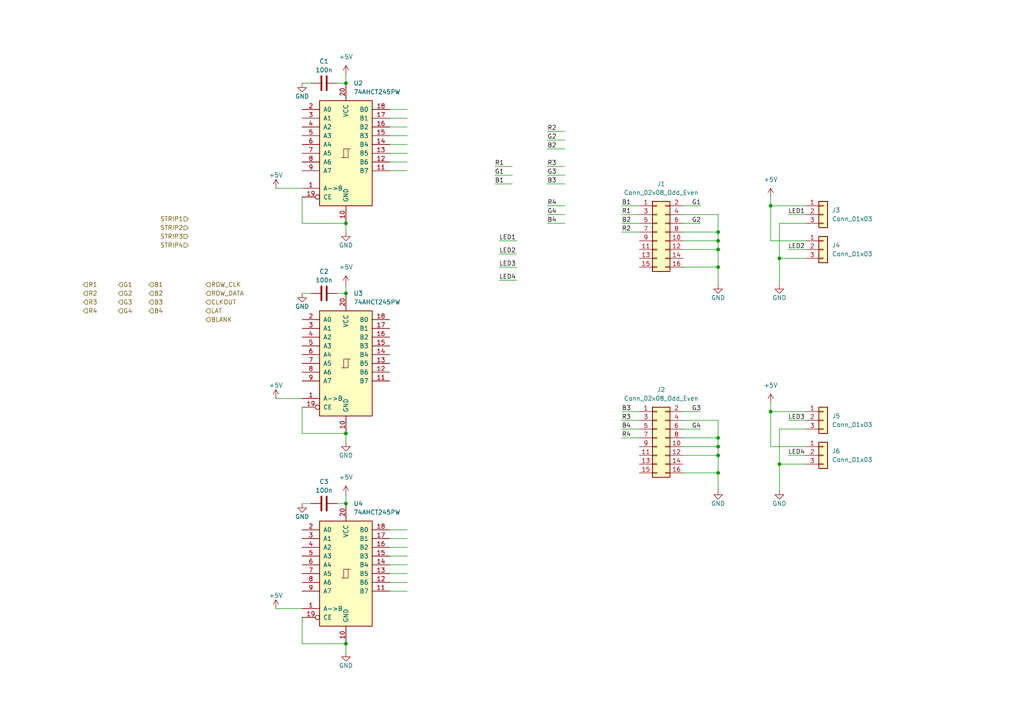
<source format=kicad_sch>
(kicad_sch (version 20230121) (generator eeschema)
  (paper "A4")
  (lib_symbols
    (symbol "74AHCT245PW_1" (pin_names (offset 1.016))
      (property "Reference" "U" (at -7.62 16.51 0))
      (property "Value" "74AHCT245PW" (at -7.62 -16.51 0))
      (symbol "74AHCT245PW_1_1_0"
        (polyline (pts (xy -0.635 -1.27) (xy -0.635 1.27) (xy 0.635 1.27)))
        (polyline (pts (xy -1.27 -1.27) (xy 0.635 -1.27) (xy 0.635 1.27) (xy 1.27 1.27)))
        (pin input line (at -12.7 -10.16 0) (length 5.08) (name "A->B") (number "1"))
        (pin power_in line (at 0 -20.32 90) (length 5.08) (name "GND") (number "10"))
        (pin tri_state line (at 12.7 -5.08 180) (length 5.08) (name "B7") (number "11"))
        (pin tri_state line (at 12.7 -2.54 180) (length 5.08) (name "B6") (number "12"))
        (pin tri_state line (at 12.7 0 180) (length 5.08) (name "B5") (number "13"))
        (pin tri_state line (at 12.7 2.54 180) (length 5.08) (name "B4") (number "14"))
        (pin tri_state line (at 12.7 5.08 180) (length 5.08) (name "B3") (number "15"))
        (pin tri_state line (at 12.7 7.62 180) (length 5.08) (name "B2") (number "16"))
        (pin tri_state line (at 12.7 10.16 180) (length 5.08) (name "B1") (number "17"))
        (pin tri_state line (at 12.7 12.7 180) (length 5.08) (name "B0") (number "18"))
        (pin input inverted (at -12.7 -12.7 0) (length 5.08) (name "CE") (number "19"))
        (pin tri_state line (at -12.7 12.7 0) (length 5.08) (name "A0") (number "2"))
        (pin power_in line (at 0 20.32 270) (length 5.08) (name "VCC") (number "20"))
        (pin tri_state line (at -12.7 10.16 0) (length 5.08) (name "A1") (number "3"))
        (pin tri_state line (at -12.7 7.62 0) (length 5.08) (name "A2") (number "4"))
        (pin tri_state line (at -12.7 5.08 0) (length 5.08) (name "A3") (number "5"))
        (pin tri_state line (at -12.7 2.54 0) (length 5.08) (name "A4") (number "6"))
        (pin tri_state line (at -12.7 0 0) (length 5.08) (name "A5") (number "7"))
        (pin tri_state line (at -12.7 -2.54 0) (length 5.08) (name "A6") (number "8"))
        (pin tri_state line (at -12.7 -5.08 0) (length 5.08) (name "A7") (number "9"))
      )
      (symbol "74AHCT245PW_1_1_1"
        (rectangle (start -7.62 15.24) (end 7.62 -15.24) (stroke (width 0.254)) (fill (type background)))
      )
    )
    (symbol "74AHCT245PW_2" (pin_names (offset 1.016))
      (property "Reference" "U" (at -7.62 16.51 0))
      (property "Value" "74AHCT245PW" (at -7.62 -16.51 0))
      (symbol "74AHCT245PW_2_1_0"
        (polyline (pts (xy -0.635 -1.27) (xy -0.635 1.27) (xy 0.635 1.27)))
        (polyline (pts (xy -1.27 -1.27) (xy 0.635 -1.27) (xy 0.635 1.27) (xy 1.27 1.27)))
        (pin input line (at -12.7 -10.16 0) (length 5.08) (name "A->B") (number "1"))
        (pin power_in line (at 0 -20.32 90) (length 5.08) (name "GND") (number "10"))
        (pin tri_state line (at 12.7 -5.08 180) (length 5.08) (name "B7") (number "11"))
        (pin tri_state line (at 12.7 -2.54 180) (length 5.08) (name "B6") (number "12"))
        (pin tri_state line (at 12.7 0 180) (length 5.08) (name "B5") (number "13"))
        (pin tri_state line (at 12.7 2.54 180) (length 5.08) (name "B4") (number "14"))
        (pin tri_state line (at 12.7 5.08 180) (length 5.08) (name "B3") (number "15"))
        (pin tri_state line (at 12.7 7.62 180) (length 5.08) (name "B2") (number "16"))
        (pin tri_state line (at 12.7 10.16 180) (length 5.08) (name "B1") (number "17"))
        (pin tri_state line (at 12.7 12.7 180) (length 5.08) (name "B0") (number "18"))
        (pin input inverted (at -12.7 -12.7 0) (length 5.08) (name "CE") (number "19"))
        (pin tri_state line (at -12.7 12.7 0) (length 5.08) (name "A0") (number "2"))
        (pin power_in line (at 0 20.32 270) (length 5.08) (name "VCC") (number "20"))
        (pin tri_state line (at -12.7 10.16 0) (length 5.08) (name "A1") (number "3"))
        (pin tri_state line (at -12.7 7.62 0) (length 5.08) (name "A2") (number "4"))
        (pin tri_state line (at -12.7 5.08 0) (length 5.08) (name "A3") (number "5"))
        (pin tri_state line (at -12.7 2.54 0) (length 5.08) (name "A4") (number "6"))
        (pin tri_state line (at -12.7 0 0) (length 5.08) (name "A5") (number "7"))
        (pin tri_state line (at -12.7 -2.54 0) (length 5.08) (name "A6") (number "8"))
        (pin tri_state line (at -12.7 -5.08 0) (length 5.08) (name "A7") (number "9"))
      )
      (symbol "74AHCT245PW_2_1_1"
        (rectangle (start -7.62 15.24) (end 7.62 -15.24) (stroke (width 0.254)) (fill (type background)))
      )
    )
    (symbol "Connector_Generic:Conn_01x03" (pin_names (offset 1.016) hide)
      (property "Reference" "J" (at 0 5.08 0))
      (property "Value" "Conn_01x03" (at 0 -5.08 0))
      (symbol "Conn_01x03_1_1"
        (rectangle (start -1.27 -2.413) (end 0 -2.667) (stroke (width 0.1524)))
        (rectangle (start -1.27 0.127) (end 0 -0.127) (stroke (width 0.1524)))
        (rectangle (start -1.27 2.667) (end 0 2.413) (stroke (width 0.1524)))
        (rectangle (start -1.27 3.81) (end 1.27 -3.81) (stroke (width 0.254)) (fill (type background)))
        (pin passive line (at -5.08 2.54 0) (length 3.81) (name "Pin_1") (number "1"))
        (pin passive line (at -5.08 0 0) (length 3.81) (name "Pin_2") (number "2"))
        (pin passive line (at -5.08 -2.54 0) (length 3.81) (name "Pin_3") (number "3"))
      )
    )
    (symbol "Connector_Generic:Conn_02x08_Odd_Even" (pin_names (offset 1.016) hide)
      (property "Reference" "J" (at 1.27 10.16 0))
      (property "Value" "Conn_02x08_Odd_Even" (at 1.27 -12.7 0))
      (symbol "Conn_02x08_Odd_Even_1_1"
        (rectangle (start -1.27 -10.033) (end 0 -10.287) (stroke (width 0.1524)))
        (rectangle (start -1.27 -7.493) (end 0 -7.747) (stroke (width 0.1524)))
        (rectangle (start -1.27 -4.953) (end 0 -5.207) (stroke (width 0.1524)))
        (rectangle (start -1.27 -2.413) (end 0 -2.667) (stroke (width 0.1524)))
        (rectangle (start -1.27 0.127) (end 0 -0.127) (stroke (width 0.1524)))
        (rectangle (start -1.27 2.667) (end 0 2.413) (stroke (width 0.1524)))
        (rectangle (start -1.27 5.207) (end 0 4.953) (stroke (width 0.1524)))
        (rectangle (start -1.27 7.747) (end 0 7.493) (stroke (width 0.1524)))
        (rectangle (start -1.27 8.89) (end 3.81 -11.43) (stroke (width 0.254)) (fill (type background)))
        (rectangle (start 3.81 -10.033) (end 2.54 -10.287) (stroke (width 0.1524)))
        (rectangle (start 3.81 -7.493) (end 2.54 -7.747) (stroke (width 0.1524)))
        (rectangle (start 3.81 -4.953) (end 2.54 -5.207) (stroke (width 0.1524)))
        (rectangle (start 3.81 -2.413) (end 2.54 -2.667) (stroke (width 0.1524)))
        (rectangle (start 3.81 0.127) (end 2.54 -0.127) (stroke (width 0.1524)))
        (rectangle (start 3.81 2.667) (end 2.54 2.413) (stroke (width 0.1524)))
        (rectangle (start 3.81 5.207) (end 2.54 4.953) (stroke (width 0.1524)))
        (rectangle (start 3.81 7.747) (end 2.54 7.493) (stroke (width 0.1524)))
        (pin passive line (at -5.08 7.62 0) (length 3.81) (name "Pin_1") (number "1"))
        (pin passive line (at 7.62 -2.54 180) (length 3.81) (name "Pin_10") (number "10"))
        (pin passive line (at -5.08 -5.08 0) (length 3.81) (name "Pin_11") (number "11"))
        (pin passive line (at 7.62 -5.08 180) (length 3.81) (name "Pin_12") (number "12"))
        (pin passive line (at -5.08 -7.62 0) (length 3.81) (name "Pin_13") (number "13"))
        (pin passive line (at 7.62 -7.62 180) (length 3.81) (name "Pin_14") (number "14"))
        (pin passive line (at -5.08 -10.16 0) (length 3.81) (name "Pin_15") (number "15"))
        (pin passive line (at 7.62 -10.16 180) (length 3.81) (name "Pin_16") (number "16"))
        (pin passive line (at 7.62 7.62 180) (length 3.81) (name "Pin_2") (number "2"))
        (pin passive line (at -5.08 5.08 0) (length 3.81) (name "Pin_3") (number "3"))
        (pin passive line (at 7.62 5.08 180) (length 3.81) (name "Pin_4") (number "4"))
        (pin passive line (at -5.08 2.54 0) (length 3.81) (name "Pin_5") (number "5"))
        (pin passive line (at 7.62 2.54 180) (length 3.81) (name "Pin_6") (number "6"))
        (pin passive line (at -5.08 0 0) (length 3.81) (name "Pin_7") (number "7"))
        (pin passive line (at 7.62 0 180) (length 3.81) (name "Pin_8") (number "8"))
        (pin passive line (at -5.08 -2.54 0) (length 3.81) (name "Pin_9") (number "9"))
      )
    )
    (symbol "Device:C" (pin_numbers hide) (pin_names (offset 0.254))
      (property "Reference" "C" (at 0.635 2.54 0))
      (property "Value" "C" (at 0.635 -2.54 0))
      (symbol "C_0_1"
        (polyline (pts (xy -2.032 -0.762) (xy 2.032 -0.762)) (stroke (width 0.508)))
        (polyline (pts (xy -2.032 0.762) (xy 2.032 0.762)) (stroke (width 0.508)))
      )
      (symbol "C_1_1"
        (pin passive line (at 0 3.81 270) (length 2.794) (name "~") (number "1"))
        (pin passive line (at 0 -3.81 90) (length 2.794) (name "~") (number "2"))
      )
    )
    (symbol "Project:74AHCT245PW" (pin_names (offset 1.016))
      (property "Reference" "U" (at -7.62 16.51 0))
      (property "Value" "74AHCT245PW" (at -7.62 -16.51 0))
      (symbol "74AHCT245PW_1_0"
        (polyline (pts (xy -0.635 -1.27) (xy -0.635 1.27) (xy 0.635 1.27)))
        (polyline (pts (xy -1.27 -1.27) (xy 0.635 -1.27) (xy 0.635 1.27) (xy 1.27 1.27)))
        (pin input line (at -12.7 -10.16 0) (length 5.08) (name "A->B") (number "1"))
        (pin power_in line (at 0 -20.32 90) (length 5.08) (name "GND") (number "10"))
        (pin tri_state line (at 12.7 -5.08 180) (length 5.08) (name "B7") (number "11"))
        (pin tri_state line (at 12.7 -2.54 180) (length 5.08) (name "B6") (number "12"))
        (pin tri_state line (at 12.7 0 180) (length 5.08) (name "B5") (number "13"))
        (pin tri_state line (at 12.7 2.54 180) (length 5.08) (name "B4") (number "14"))
        (pin tri_state line (at 12.7 5.08 180) (length 5.08) (name "B3") (number "15"))
        (pin tri_state line (at 12.7 7.62 180) (length 5.08) (name "B2") (number "16"))
        (pin tri_state line (at 12.7 10.16 180) (length 5.08) (name "B1") (number "17"))
        (pin tri_state line (at 12.7 12.7 180) (length 5.08) (name "B0") (number "18"))
        (pin input inverted (at -12.7 -12.7 0) (length 5.08) (name "CE") (number "19"))
        (pin tri_state line (at -12.7 12.7 0) (length 5.08) (name "A0") (number "2"))
        (pin power_in line (at 0 20.32 270) (length 5.08) (name "VCC") (number "20"))
        (pin tri_state line (at -12.7 10.16 0) (length 5.08) (name "A1") (number "3"))
        (pin tri_state line (at -12.7 7.62 0) (length 5.08) (name "A2") (number "4"))
        (pin tri_state line (at -12.7 5.08 0) (length 5.08) (name "A3") (number "5"))
        (pin tri_state line (at -12.7 2.54 0) (length 5.08) (name "A4") (number "6"))
        (pin tri_state line (at -12.7 0 0) (length 5.08) (name "A5") (number "7"))
        (pin tri_state line (at -12.7 -2.54 0) (length 5.08) (name "A6") (number "8"))
        (pin tri_state line (at -12.7 -5.08 0) (length 5.08) (name "A7") (number "9"))
      )
      (symbol "74AHCT245PW_1_1"
        (rectangle (start -7.62 15.24) (end 7.62 -15.24) (stroke (width 0.254)) (fill (type background)))
      )
    )
    (symbol "power:+5V" (power) (pin_names (offset 0))
      (property "Value" "+5V" (at 0 3.556 0))
      (symbol "+5V_0_1"
        (polyline (pts (xy -0.762 1.27) (xy 0 2.54)))
        (polyline (pts (xy 0 0) (xy 0 2.54)))
        (polyline (pts (xy 0 2.54) (xy 0.762 1.27)))
      )
      (symbol "+5V_1_1"
        (pin power_in line (at 0 0 90) (length 0) hide (name "+5V") (number "1"))
      )
    )
    (symbol "power:GND" (power) (pin_names (offset 0))
      (property "Value" "GND" (at 0 -3.81 0))
      (symbol "GND_0_1"
        (polyline (pts (xy 0 0) (xy 0 -1.27) (xy 1.27 -1.27) (xy 0 -2.54) (xy -1.27 -1.27) (xy 0 -1.27)))
      )
      (symbol "GND_1_1"
        (pin power_in line (at 0 0 270) (length 0) hide (name "GND") (number "1"))
      )
    )
  )
  (junction (at 208.28 129.54))
  (junction (at 100.33 125.73))
  (junction (at 100.33 64.77))
  (junction (at 226.06 74.93))
  (junction (at 208.28 127))
  (junction (at 226.06 134.62))
  (junction (at 223.52 59.69))
  (junction (at 208.28 77.47))
  (junction (at 208.28 137.16))
  (junction (at 100.33 186.69))
  (junction (at 223.52 119.38))
  (junction (at 208.28 67.31))
  (junction (at 208.28 72.39))
  (junction (at 208.28 132.08))
  (junction (at 100.33 146.05))
  (junction (at 208.28 69.85))
  (junction (at 100.33 85.09))
  (junction (at 100.33 24.13))
  (wire (pts (xy 80.01 115.57) (xy 87.63 115.57)))
  (wire (pts (xy 113.03 161.29) (xy 118.11 161.29)))
  (wire (pts (xy 198.12 129.54) (xy 208.28 129.54)))
  (wire (pts (xy 87.63 118.11) (xy 87.63 125.73)))
  (wire (pts (xy 144.78 73.66) (xy 149.86 73.66)))
  (wire (pts (xy 144.78 77.47) (xy 149.86 77.47)))
  (wire (pts (xy 226.06 134.62) (xy 233.68 134.62)))
  (wire (pts (xy 198.12 119.38) (xy 203.2 119.38)))
  (wire (pts (xy 113.03 39.37) (xy 118.11 39.37)))
  (wire (pts (xy 113.03 49.53) (xy 118.11 49.53)))
  (wire (pts (xy 223.52 57.15) (xy 223.52 59.69)))
  (wire (pts (xy 158.75 62.23) (xy 163.83 62.23)))
  (wire (pts (xy 100.33 186.69) (xy 100.33 189.23)))
  (wire (pts (xy 158.75 38.1) (xy 163.83 38.1)))
  (wire (pts (xy 158.75 59.69) (xy 163.83 59.69)))
  (wire (pts (xy 144.78 81.28) (xy 149.86 81.28)))
  (wire (pts (xy 228.6 121.92) (xy 233.68 121.92)))
  (wire (pts (xy 113.03 168.91) (xy 118.11 168.91)))
  (wire (pts (xy 113.03 31.75) (xy 118.11 31.75)))
  (wire (pts (xy 223.52 59.69) (xy 233.68 59.69)))
  (wire (pts (xy 143.51 50.8) (xy 148.59 50.8)))
  (wire (pts (xy 113.03 171.45) (xy 118.11 171.45)))
  (wire (pts (xy 158.75 48.26) (xy 163.83 48.26)))
  (wire (pts (xy 87.63 64.77) (xy 100.33 64.77)))
  (wire (pts (xy 223.52 129.54) (xy 223.52 119.38)))
  (wire (pts (xy 180.34 64.77) (xy 185.42 64.77)))
  (wire (pts (xy 226.06 64.77) (xy 226.06 74.93)))
  (wire (pts (xy 198.12 77.47) (xy 208.28 77.47)))
  (wire (pts (xy 233.68 69.85) (xy 223.52 69.85)))
  (wire (pts (xy 198.12 137.16) (xy 208.28 137.16)))
  (wire (pts (xy 100.33 21.59) (xy 100.33 24.13)))
  (wire (pts (xy 198.12 64.77) (xy 203.2 64.77)))
  (wire (pts (xy 97.79 146.05) (xy 100.33 146.05)))
  (wire (pts (xy 113.03 166.37) (xy 118.11 166.37)))
  (wire (pts (xy 208.28 137.16) (xy 208.28 142.24)))
  (wire (pts (xy 97.79 85.09) (xy 100.33 85.09)))
  (wire (pts (xy 198.12 132.08) (xy 208.28 132.08)))
  (wire (pts (xy 180.34 67.31) (xy 185.42 67.31)))
  (wire (pts (xy 143.51 53.34) (xy 148.59 53.34)))
  (wire (pts (xy 180.34 119.38) (xy 185.42 119.38)))
  (wire (pts (xy 158.75 40.64) (xy 163.83 40.64)))
  (wire (pts (xy 233.68 129.54) (xy 223.52 129.54)))
  (wire (pts (xy 226.06 74.93) (xy 233.68 74.93)))
  (wire (pts (xy 100.33 64.77) (xy 100.33 67.31)))
  (wire (pts (xy 180.34 62.23) (xy 185.42 62.23)))
  (wire (pts (xy 233.68 64.77) (xy 226.06 64.77)))
  (wire (pts (xy 198.12 59.69) (xy 203.2 59.69)))
  (wire (pts (xy 226.06 134.62) (xy 226.06 142.24)))
  (wire (pts (xy 113.03 44.45) (xy 118.11 44.45)))
  (wire (pts (xy 208.28 127) (xy 208.28 129.54)))
  (wire (pts (xy 113.03 163.83) (xy 118.11 163.83)))
  (wire (pts (xy 113.03 34.29) (xy 118.11 34.29)))
  (wire (pts (xy 233.68 124.46) (xy 226.06 124.46)))
  (wire (pts (xy 180.34 124.46) (xy 185.42 124.46)))
  (wire (pts (xy 113.03 156.21) (xy 118.11 156.21)))
  (wire (pts (xy 90.17 85.09) (xy 87.63 85.09)))
  (wire (pts (xy 113.03 36.83) (xy 118.11 36.83)))
  (wire (pts (xy 87.63 186.69) (xy 100.33 186.69)))
  (wire (pts (xy 228.6 132.08) (xy 233.68 132.08)))
  (wire (pts (xy 100.33 82.55) (xy 100.33 85.09)))
  (wire (pts (xy 223.52 119.38) (xy 233.68 119.38)))
  (wire (pts (xy 208.28 77.47) (xy 208.28 82.55)))
  (wire (pts (xy 198.12 124.46) (xy 203.2 124.46)))
  (wire (pts (xy 208.28 129.54) (xy 208.28 132.08)))
  (wire (pts (xy 87.63 179.07) (xy 87.63 186.69)))
  (wire (pts (xy 208.28 69.85) (xy 208.28 72.39)))
  (wire (pts (xy 158.75 64.77) (xy 163.83 64.77)))
  (wire (pts (xy 113.03 41.91) (xy 118.11 41.91)))
  (wire (pts (xy 223.52 69.85) (xy 223.52 59.69)))
  (wire (pts (xy 208.28 132.08) (xy 208.28 137.16)))
  (wire (pts (xy 198.12 67.31) (xy 208.28 67.31)))
  (wire (pts (xy 100.33 143.51) (xy 100.33 146.05)))
  (wire (pts (xy 158.75 43.18) (xy 163.83 43.18)))
  (wire (pts (xy 90.17 146.05) (xy 87.63 146.05)))
  (wire (pts (xy 208.28 72.39) (xy 208.28 77.47)))
  (wire (pts (xy 90.17 24.13) (xy 87.63 24.13)))
  (wire (pts (xy 198.12 127) (xy 208.28 127)))
  (wire (pts (xy 228.6 72.39) (xy 233.68 72.39)))
  (wire (pts (xy 198.12 72.39) (xy 208.28 72.39)))
  (wire (pts (xy 198.12 62.23) (xy 208.28 62.23)))
  (wire (pts (xy 208.28 62.23) (xy 208.28 67.31)))
  (wire (pts (xy 113.03 153.67) (xy 118.11 153.67)))
  (wire (pts (xy 226.06 74.93) (xy 226.06 82.55)))
  (wire (pts (xy 158.75 50.8) (xy 163.83 50.8)))
  (wire (pts (xy 144.78 69.85) (xy 149.86 69.85)))
  (wire (pts (xy 198.12 69.85) (xy 208.28 69.85)))
  (wire (pts (xy 113.03 46.99) (xy 118.11 46.99)))
  (wire (pts (xy 87.63 125.73) (xy 100.33 125.73)))
  (wire (pts (xy 228.6 62.23) (xy 233.68 62.23)))
  (wire (pts (xy 198.12 121.92) (xy 208.28 121.92)))
  (wire (pts (xy 143.51 48.26) (xy 148.59 48.26)))
  (wire (pts (xy 180.34 127) (xy 185.42 127)))
  (wire (pts (xy 223.52 116.84) (xy 223.52 119.38)))
  (wire (pts (xy 208.28 121.92) (xy 208.28 127)))
  (wire (pts (xy 80.01 176.53) (xy 87.63 176.53)))
  (wire (pts (xy 158.75 53.34) (xy 163.83 53.34)))
  (wire (pts (xy 226.06 124.46) (xy 226.06 134.62)))
  (wire (pts (xy 208.28 67.31) (xy 208.28 69.85)))
  (wire (pts (xy 180.34 121.92) (xy 185.42 121.92)))
  (wire (pts (xy 87.63 57.15) (xy 87.63 64.77)))
  (wire (pts (xy 97.79 24.13) (xy 100.33 24.13)))
  (wire (pts (xy 180.34 59.69) (xy 185.42 59.69)))
  (wire (pts (xy 100.33 125.73) (xy 100.33 128.27)))
  (wire (pts (xy 80.01 54.61) (xy 87.63 54.61)))
  (wire (pts (xy 113.03 158.75) (xy 118.11 158.75)))
  (label "B1" (at 143.51 53.34 0))
  (label "R1" (at 143.51 48.26 0))
  (label "LED2" (at 144.78 73.66 0))
  (label "R3" (at 158.75 48.26 0))
  (label "LED3" (at 228.6 121.92 0))
  (label "G2" (at 200.66 64.77 0))
  (label "R2" (at 180.34 67.31 0))
  (label "G3" (at 158.75 50.8 0))
  (label "LED1" (at 144.78 69.85 0))
  (label "G1" (at 200.66 59.69 0))
  (label "LED2" (at 228.6 72.39 0))
  (label "B3" (at 180.34 119.38 0))
  (label "R1" (at 180.34 62.23 0))
  (label "LED3" (at 144.78 77.47 0))
  (label "G1" (at 143.51 50.8 0))
  (label "B4" (at 180.34 124.46 0))
  (label "R4" (at 158.75 59.69 0))
  (label "G3" (at 200.66 119.38 0))
  (label "LED4" (at 144.78 81.28 0))
  (label "G4" (at 200.66 124.46 0))
  (label "R2" (at 158.75 38.1 0))
  (label "LED4" (at 228.6 132.08 0))
  (label "LED1" (at 228.6 62.23 0))
  (label "R3" (at 180.34 121.92 0))
  (label "B4" (at 158.75 64.77 0))
  (label "R4" (at 180.34 127 0))
  (label "B1" (at 180.34 59.69 0))
  (label "B3" (at 158.75 53.34 0))
  (label "B2" (at 180.34 64.77 0))
  (label "G2" (at 158.75 40.64 0))
  (label "G4" (at 158.75 62.23 0))
  (label "B2" (at 158.75 43.18 0))
  (hierarchical_label "B3" (shape input) (at 43.18 87.63 0))
  (hierarchical_label "R3" (shape input) (at 24.13 87.63 0))
  (hierarchical_label "STRIP3" (shape input) (at 54.61 68.58 180))
  (hierarchical_label "G2" (shape input) (at 34.29 85.09 0))
  (hierarchical_label "STRIP1" (shape input) (at 54.61 63.5 180))
  (hierarchical_label "STRIP4" (shape input) (at 54.61 71.12 180))
  (hierarchical_label "R1" (shape input) (at 24.13 82.55 0))
  (hierarchical_label "ROW_DATA" (shape input) (at 59.69 85.09 0))
  (hierarchical_label "STRIP2" (shape input) (at 54.61 66.04 180))
  (hierarchical_label "CLKOUT" (shape input) (at 59.69 87.63 0))
  (hierarchical_label "ROW_CLK" (shape input) (at 59.69 82.55 0))
  (hierarchical_label "B4" (shape input) (at 43.18 90.17 0))
  (hierarchical_label "R4" (shape input) (at 24.13 90.17 0))
  (hierarchical_label "R2" (shape input) (at 24.13 85.09 0))
  (hierarchical_label "B2" (shape input) (at 43.18 85.09 0))
  (hierarchical_label "BLANK" (shape input) (at 59.69 92.71 0))
  (hierarchical_label "G4" (shape input) (at 34.29 90.17 0))
  (hierarchical_label "G3" (shape input) (at 34.29 87.63 0))
  (hierarchical_label "G1" (shape input) (at 34.29 82.55 0))
  (hierarchical_label "LAT" (shape input) (at 59.69 90.17 0))
  (hierarchical_label "B1" (shape input) (at 43.18 82.55 0))
  (symbol (lib_id "power:GND") (at 226.06 142.24 0) (unit 1)
    (property "Reference" "#PWR017" (effects hide))
    (property "Value" "GND" (at 226.06 146.05 0))
  )
  (symbol (lib_id "power:GND") (at 87.63 24.13 0) (unit 1)
    (property "Reference" "#PWR022" (effects hide))
    (property "Value" "GND" (at 87.63 27.94 0))
  )
  (symbol (lib_id "power:+5V") (at 100.33 21.59 0) (unit 1)
    (property "Reference" "#PWR021" (effects hide))
    (property "Value" "+5V" (at 100.33 16.51 0))
  )
  (symbol (lib_id "Connector_Generic:Conn_02x08_Odd_Even") (at 190.5 67.31 0) (unit 1)
    (property "Reference" "J1" (at 191.77 53.34 0))
    (property "Value" "Conn_02x08_Odd_Even" (at 191.77 55.88 0))
    (property "Footprint" "Connector_IDC:IDC-Header_2x08_P2.54mm_Vertical" (effects hide))
  )
  (symbol (lib_id "power:GND") (at 100.33 67.31 0) (unit 1)
    (property "Reference" "#PWR015" (effects hide))
    (property "Value" "GND" (at 100.33 71.12 0))
  )
  (symbol (lib_id "power:+5V") (at 223.52 57.15 0) (unit 1)
    (property "Reference" "#PWR018" (effects hide))
    (property "Value" "+5V" (at 223.52 52.07 0))
  )
  (symbol (lib_name "74AHCT245PW_2") (lib_id "Project:74AHCT245PW") (at 100.33 105.41 0) (unit 1)
    (property "Reference" "U3" (at 102.5241 85.09 0) (effects (justify left)))
    (property "Value" "74AHCT245PW" (at 102.5241 87.63 0) (effects (justify left)))
    (property "Footprint" "Package_SO:TSSOP-20_4.4x6.5mm_P0.65mm" (effects hide))
  )
  (symbol (lib_id "Connector_Generic:Conn_01x03") (at 238.76 132.08 0) (unit 1)
    (property "Reference" "J6" (at 241.3 130.81 0) (effects (justify left)))
    (property "Value" "Conn_01x03" (at 241.3 133.35 0) (effects (justify left)))
  )
  (symbol (lib_id "power:GND") (at 100.33 189.23 0) (unit 1)
    (property "Reference" "#PWR026" (effects hide))
    (property "Value" "GND" (at 100.33 193.04 0))
  )
  (symbol (lib_id "power:GND") (at 100.33 128.27 0) (unit 1)
    (property "Reference" "#PWR014" (effects hide))
    (property "Value" "GND" (at 100.33 132.08 0))
  )
  (symbol (lib_id "power:+5V") (at 223.52 116.84 0) (unit 1)
    (property "Reference" "#PWR019" (effects hide))
    (property "Value" "+5V" (at 223.52 111.76 0))
  )
  (symbol (lib_id "power:GND") (at 208.28 142.24 0) (unit 1)
    (property "Reference" "#PWR012" (effects hide))
    (property "Value" "GND" (at 208.28 146.05 0))
  )
  (symbol (lib_id "Project:74AHCT245PW") (at 100.33 166.37 0) (unit 1)
    (property "Reference" "U4" (at 102.5241 146.05 0) (effects (justify left)))
    (property "Value" "74AHCT245PW" (at 102.5241 148.59 0) (effects (justify left)))
    (property "Footprint" "Package_SO:TSSOP-20_4.4x6.5mm_P0.65mm" (effects hide))
  )
  (symbol (lib_id "Device:C") (at 93.98 24.13 90) (unit 1)
    (property "Reference" "C1" (at 93.98 17.78 90))
    (property "Value" "100n" (at 93.98 20.32 90))
  )
  (symbol (lib_id "power:+5V") (at 80.01 54.61 0) (unit 1)
    (property "Reference" "#PWR050" (effects hide))
    (property "Value" "+5V" (at 80.01 50.8 0))
  )
  (symbol (lib_id "power:+5V") (at 100.33 82.55 0) (unit 1)
    (property "Reference" "#PWR020" (effects hide))
    (property "Value" "+5V" (at 100.33 77.47 0))
  )
  (symbol (lib_id "Device:C") (at 93.98 85.09 90) (unit 1)
    (property "Reference" "C2" (at 93.98 78.74 90))
    (property "Value" "100n" (at 93.98 81.28 90))
  )
  (symbol (lib_id "Connector_Generic:Conn_02x08_Odd_Even") (at 190.5 127 0) (unit 1)
    (property "Reference" "J2" (at 191.77 113.03 0))
    (property "Value" "Conn_02x08_Odd_Even" (at 191.77 115.57 0))
    (property "Footprint" "Connector_IDC:IDC-Header_2x08_P2.54mm_Vertical" (effects hide))
  )
  (symbol (lib_id "Connector_Generic:Conn_01x03") (at 238.76 62.23 0) (unit 1)
    (property "Reference" "J3" (at 241.3 60.96 0) (effects (justify left)))
    (property "Value" "Conn_01x03" (at 241.3 63.5 0) (effects (justify left)))
  )
  (symbol (lib_id "power:GND") (at 87.63 146.05 0) (unit 1)
    (property "Reference" "#PWR024" (effects hide))
    (property "Value" "GND" (at 87.63 149.86 0))
  )
  (symbol (lib_id "Device:C") (at 93.98 146.05 90) (unit 1)
    (property "Reference" "C3" (at 93.98 139.7 90))
    (property "Value" "100n" (at 93.98 142.24 90))
  )
  (symbol (lib_id "power:GND") (at 87.63 85.09 0) (unit 1)
    (property "Reference" "#PWR023" (effects hide))
    (property "Value" "GND" (at 87.63 88.9 0))
  )
  (symbol (lib_id "Connector_Generic:Conn_01x03") (at 238.76 121.92 0) (unit 1)
    (property "Reference" "J5" (at 241.3 120.65 0) (effects (justify left)))
    (property "Value" "Conn_01x03" (at 241.3 123.19 0) (effects (justify left)))
  )
  (symbol (lib_id "power:GND") (at 226.06 82.55 0) (unit 1)
    (property "Reference" "#PWR016" (effects hide))
    (property "Value" "GND" (at 226.06 86.36 0))
  )
  (symbol (lib_id "power:+5V") (at 80.01 176.53 0) (unit 1)
    (property "Reference" "#PWR049" (effects hide))
    (property "Value" "+5V" (at 80.01 172.72 0))
  )
  (symbol (lib_id "power:GND") (at 208.28 82.55 0) (unit 1)
    (property "Reference" "#PWR013" (effects hide))
    (property "Value" "GND" (at 208.28 86.36 0))
  )
  (symbol (lib_id "power:+5V") (at 100.33 143.51 0) (unit 1)
    (property "Reference" "#PWR025" (effects hide))
    (property "Value" "+5V" (at 100.33 138.43 0))
  )
  (symbol (lib_id "power:+5V") (at 80.01 115.57 0) (unit 1)
    (property "Reference" "#PWR048" (effects hide))
    (property "Value" "+5V" (at 80.01 111.76 0))
  )
  (symbol (lib_id "Connector_Generic:Conn_01x03") (at 238.76 72.39 0) (unit 1)
    (property "Reference" "J4" (at 241.3 71.12 0) (effects (justify left)))
    (property "Value" "Conn_01x03" (at 241.3 73.66 0) (effects (justify left)))
  )
  (symbol (lib_name "74AHCT245PW_1") (lib_id "Project:74AHCT245PW") (at 100.33 44.45 0) (unit 1)
    (property "Reference" "U2" (at 102.5241 24.13 0) (effects (justify left)))
    (property "Value" "74AHCT245PW" (at 102.5241 26.67 0) (effects (justify left)))
    (property "Footprint" "Package_SO:TSSOP-20_4.4x6.5mm_P0.65mm" (effects hide))
  )
)
</source>
